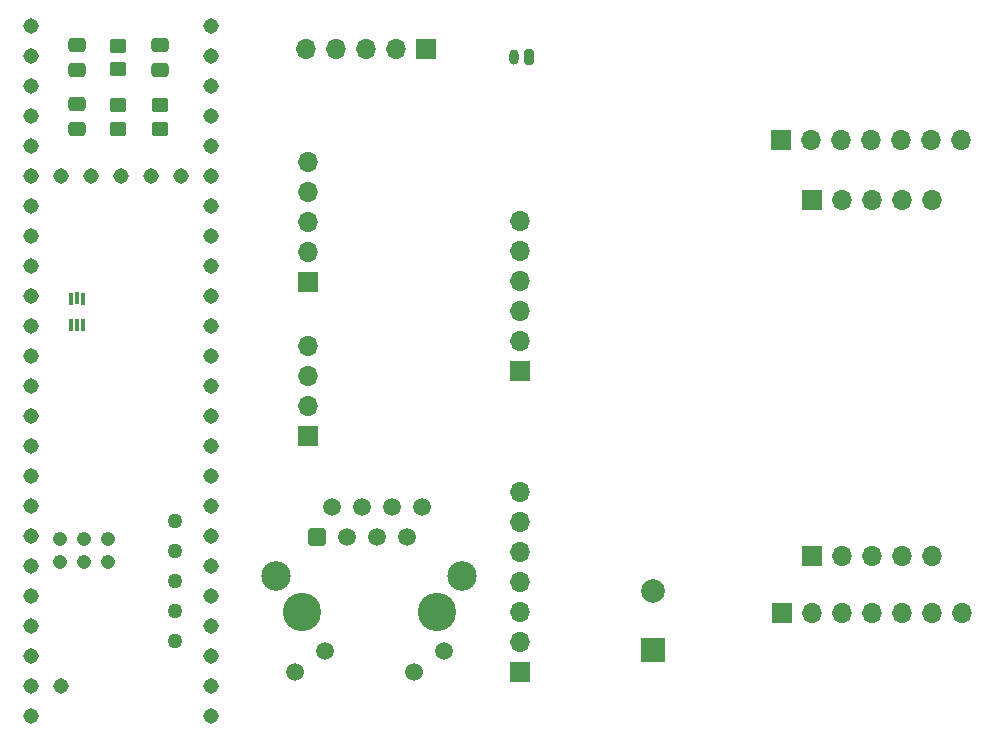
<source format=gbr>
%TF.GenerationSoftware,KiCad,Pcbnew,6.0.6-1.fc36*%
%TF.CreationDate,2022-07-31T18:36:15+02:00*%
%TF.ProjectId,CosmicWatch-ventidue,436f736d-6963-4576-9174-63682d76656e,rev?*%
%TF.SameCoordinates,Original*%
%TF.FileFunction,Soldermask,Top*%
%TF.FilePolarity,Negative*%
%FSLAX46Y46*%
G04 Gerber Fmt 4.6, Leading zero omitted, Abs format (unit mm)*
G04 Created by KiCad (PCBNEW 6.0.6-1.fc36) date 2022-07-31 18:36:15*
%MOMM*%
%LPD*%
G01*
G04 APERTURE LIST*
G04 Aperture macros list*
%AMRoundRect*
0 Rectangle with rounded corners*
0 $1 Rounding radius*
0 $2 $3 $4 $5 $6 $7 $8 $9 X,Y pos of 4 corners*
0 Add a 4 corners polygon primitive as box body*
4,1,4,$2,$3,$4,$5,$6,$7,$8,$9,$2,$3,0*
0 Add four circle primitives for the rounded corners*
1,1,$1+$1,$2,$3*
1,1,$1+$1,$4,$5*
1,1,$1+$1,$6,$7*
1,1,$1+$1,$8,$9*
0 Add four rect primitives between the rounded corners*
20,1,$1+$1,$2,$3,$4,$5,0*
20,1,$1+$1,$4,$5,$6,$7,0*
20,1,$1+$1,$6,$7,$8,$9,0*
20,1,$1+$1,$8,$9,$2,$3,0*%
G04 Aperture macros list end*
%ADD10R,1.700000X1.700000*%
%ADD11O,1.700000X1.700000*%
%ADD12RoundRect,0.250000X-0.475000X0.337500X-0.475000X-0.337500X0.475000X-0.337500X0.475000X0.337500X0*%
%ADD13R,2.000000X2.000000*%
%ADD14C,2.000000*%
%ADD15RoundRect,0.250000X-0.450000X0.350000X-0.450000X-0.350000X0.450000X-0.350000X0.450000X0.350000X0*%
%ADD16C,1.308000*%
%ADD17C,1.258000*%
%ADD18C,1.208000*%
%ADD19RoundRect,0.200000X0.200000X0.450000X-0.200000X0.450000X-0.200000X-0.450000X0.200000X-0.450000X0*%
%ADD20O,0.800000X1.300000*%
%ADD21RoundRect,0.250000X0.475000X-0.337500X0.475000X0.337500X-0.475000X0.337500X-0.475000X-0.337500X0*%
%ADD22R,0.375000X1.025000*%
%ADD23R,0.300000X1.125000*%
%ADD24R,0.375000X1.000000*%
%ADD25RoundRect,0.250000X0.450000X-0.350000X0.450000X0.350000X-0.450000X0.350000X-0.450000X-0.350000X0*%
%ADD26C,3.250000*%
%ADD27RoundRect,0.250500X-0.499500X-0.499500X0.499500X-0.499500X0.499500X0.499500X-0.499500X0.499500X0*%
%ADD28C,1.500000*%
%ADD29C,2.500000*%
G04 APERTURE END LIST*
D10*
%TO.C,J111*%
X94275000Y-106000000D03*
D11*
X94275000Y-103460000D03*
X94275000Y-100920000D03*
X94275000Y-98380000D03*
X94275000Y-95840000D03*
X94275000Y-93300000D03*
X94275000Y-90760000D03*
%TD*%
D10*
%TO.C,SW101*%
X86290000Y-53250000D03*
D11*
X83750000Y-53250000D03*
X81210000Y-53250000D03*
X78670000Y-53250000D03*
X76130000Y-53250000D03*
%TD*%
D10*
%TO.C,J108*%
X116380000Y-61000000D03*
D11*
X118920000Y-61000000D03*
X121460000Y-61000000D03*
X124000000Y-61000000D03*
X126540000Y-61000000D03*
X129080000Y-61000000D03*
X131620000Y-61000000D03*
%TD*%
D12*
%TO.C,C405*%
X63750000Y-52962500D03*
X63750000Y-55037500D03*
%TD*%
D13*
%TO.C,BZ101*%
X105500000Y-104120785D03*
D14*
X105500000Y-99120785D03*
%TD*%
D15*
%TO.C,R401*%
X63750000Y-58000000D03*
X63750000Y-60000000D03*
%TD*%
D16*
%TO.C,U101*%
X68120000Y-107170000D03*
X68120000Y-104630000D03*
X68120000Y-102090000D03*
X68120000Y-99550000D03*
X68120000Y-74150000D03*
X52880000Y-104630000D03*
X63040000Y-63990000D03*
X68120000Y-97010000D03*
X68120000Y-94470000D03*
D17*
X65070000Y-103360000D03*
D16*
X68120000Y-91930000D03*
X68120000Y-89390000D03*
X68120000Y-86850000D03*
X68120000Y-84310000D03*
X68120000Y-81770000D03*
X68120000Y-79230000D03*
X68120000Y-76690000D03*
X52880000Y-76690000D03*
X52880000Y-79230000D03*
X52880000Y-81770000D03*
X52880000Y-84310000D03*
X52880000Y-86850000D03*
X52880000Y-89390000D03*
X52880000Y-91930000D03*
X52880000Y-94470000D03*
X52880000Y-97010000D03*
X52880000Y-99550000D03*
X52880000Y-102090000D03*
X68120000Y-71610000D03*
X68120000Y-69070000D03*
X68120000Y-66530000D03*
X68120000Y-63990000D03*
X68120000Y-61450000D03*
X68120000Y-58910000D03*
X68120000Y-56370000D03*
X68120000Y-53830000D03*
X68120000Y-51290000D03*
X52880000Y-51290000D03*
X52880000Y-53830000D03*
X52880000Y-56370000D03*
X52880000Y-58910000D03*
X52880000Y-61450000D03*
X52880000Y-63990000D03*
X52880000Y-66530000D03*
X52880000Y-69070000D03*
X52880000Y-71610000D03*
D17*
X65070000Y-98280000D03*
X65070000Y-100820000D03*
D16*
X68120000Y-109710000D03*
X52880000Y-74150000D03*
X52880000Y-107170000D03*
X60500000Y-63990000D03*
D18*
X57330000Y-94740000D03*
X57330000Y-96740000D03*
D16*
X55420000Y-63990000D03*
X57960000Y-63990000D03*
D18*
X55330000Y-96740000D03*
X55330000Y-94740000D03*
X59330000Y-94740000D03*
X59330000Y-96740000D03*
D17*
X65070000Y-95740000D03*
X65070000Y-93200000D03*
D16*
X65580000Y-63990000D03*
X52880000Y-109710000D03*
X55420000Y-107170000D03*
%TD*%
D10*
%TO.C,J107*%
X118950000Y-96225000D03*
D11*
X121490000Y-96225000D03*
X124030000Y-96225000D03*
X126570000Y-96225000D03*
X129110000Y-96225000D03*
%TD*%
D19*
%TO.C,BT401*%
X95000000Y-53950000D03*
D20*
X93750000Y-53950000D03*
%TD*%
D21*
%TO.C,C407*%
X56750000Y-55037500D03*
X56750000Y-52962500D03*
%TD*%
D22*
%TO.C,D101*%
X56212500Y-76612500D03*
D23*
X56750000Y-76662500D03*
D22*
X57287500Y-76612500D03*
D24*
X57287500Y-74400000D03*
D23*
X56750000Y-74337500D03*
D24*
X56212500Y-74400000D03*
%TD*%
D12*
%TO.C,C406*%
X56750000Y-57962500D03*
X56750000Y-60037500D03*
%TD*%
D25*
%TO.C,R402*%
X60250000Y-55000000D03*
X60250000Y-53000000D03*
%TD*%
D10*
%TO.C,J110*%
X94285786Y-80512893D03*
D11*
X94285786Y-77972893D03*
X94285786Y-75432893D03*
X94285786Y-72892893D03*
X94285786Y-70352893D03*
X94285786Y-67812893D03*
%TD*%
D26*
%TO.C,U501*%
X75785000Y-100900000D03*
X87215000Y-100900000D03*
D27*
X77055000Y-94550000D03*
D28*
X78325000Y-92010000D03*
X79595000Y-94550000D03*
X80865000Y-92010000D03*
X82135000Y-94550000D03*
X83405000Y-92010000D03*
X84675000Y-94550000D03*
X85945000Y-92010000D03*
X75175000Y-105980000D03*
X77715000Y-104280000D03*
X85285000Y-105980000D03*
X87825000Y-104280000D03*
D29*
X73625000Y-97850000D03*
X89375000Y-97850000D03*
%TD*%
D15*
%TO.C,R403*%
X60250000Y-58000000D03*
X60250000Y-60000000D03*
%TD*%
D10*
%TO.C,J106*%
X116400000Y-101000000D03*
D11*
X118940000Y-101000000D03*
X121480000Y-101000000D03*
X124020000Y-101000000D03*
X126560000Y-101000000D03*
X129100000Y-101000000D03*
X131640000Y-101000000D03*
%TD*%
D10*
%TO.C,J109*%
X76275000Y-86050000D03*
D11*
X76275000Y-83510000D03*
X76275000Y-80970000D03*
X76275000Y-78430000D03*
%TD*%
D10*
%TO.C,J105*%
X118950000Y-66025000D03*
D11*
X121490000Y-66025000D03*
X124030000Y-66025000D03*
X126570000Y-66025000D03*
X129110000Y-66025000D03*
%TD*%
D10*
%TO.C,J112*%
X76300000Y-73000000D03*
D11*
X76300000Y-70460000D03*
X76300000Y-67920000D03*
X76300000Y-65380000D03*
X76300000Y-62840000D03*
%TD*%
M02*

</source>
